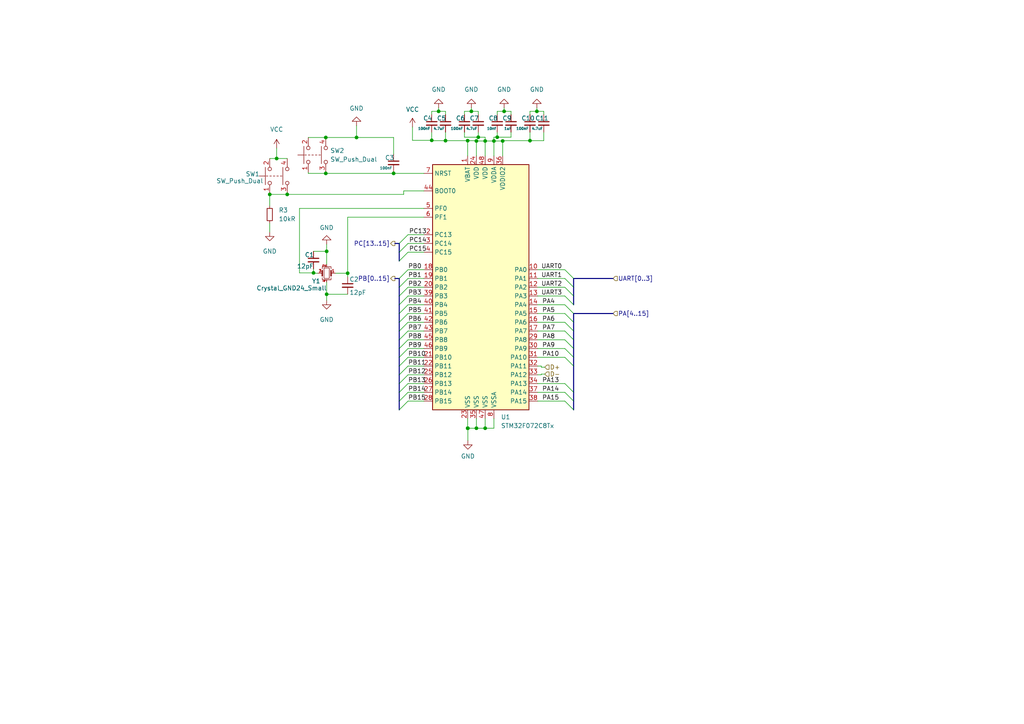
<source format=kicad_sch>
(kicad_sch (version 20211123) (generator eeschema)
  (paper "A4")
  (lib_symbols
    (symbol "Device:C_Small" (pin_numbers hide) (pin_names (offset 0.254) hide)
      (property "Reference" "C" (at 0.254 1.778 0))
      (property "Value" "C_Small" (at 0.254 -2.032 0))
      (symbol "C_Small_0_1"
        (polyline (pts (xy -1.524 -0.508) (xy 1.524 -0.508)) (stroke (width 0.3302)))
        (polyline (pts (xy -1.524 0.508) (xy 1.524 0.508)) (stroke (width 0.3048)))
      )
      (symbol "C_Small_1_1"
        (pin passive line (at 0 2.54 270) (length 2.032) (name "~") (number "1"))
        (pin passive line (at 0 -2.54 90) (length 2.032) (name "~") (number "2"))
      )
    )
    (symbol "Device:Crystal_GND24_Small" (pin_names (offset 1.016) hide)
      (property "Reference" "Y" (at 1.27 4.445 0))
      (property "Value" "Crystal_GND24_Small" (at 1.27 2.54 0))
      (symbol "Crystal_GND24_Small_0_1"
        (rectangle (start -0.762 -1.524) (end 0.762 1.524))
        (polyline (pts (xy -1.27 -0.762) (xy -1.27 0.762)) (stroke (width 0.381)))
        (polyline (pts (xy 1.27 -0.762) (xy 1.27 0.762)) (stroke (width 0.381)))
        (polyline (pts (xy -1.27 -1.27) (xy -1.27 -1.905) (xy 1.27 -1.905) (xy 1.27 -1.27)))
        (polyline (pts (xy -1.27 1.27) (xy -1.27 1.905) (xy 1.27 1.905) (xy 1.27 1.27)))
      )
      (symbol "Crystal_GND24_Small_1_1"
        (pin passive line (at -2.54 0 0) (length 1.27) (name "1") (number "1"))
        (pin passive line (at 0 -2.54 90) (length 0.635) (name "2") (number "2"))
        (pin passive line (at 2.54 0 180) (length 1.27) (name "3") (number "3"))
        (pin passive line (at 0 2.54 270) (length 0.635) (name "4") (number "4"))
      )
    )
    (symbol "Device:R_Small" (pin_numbers hide) (pin_names (offset 0.254) hide)
      (property "Reference" "R" (at 0.762 0.508 0))
      (property "Value" "R_Small" (at 0.762 -1.016 0))
      (symbol "R_Small_0_1"
        (rectangle (start -0.762 1.778) (end 0.762 -1.778) (stroke (width 0.2032)))
      )
      (symbol "R_Small_1_1"
        (pin passive line (at 0 2.54 270) (length 0.762) (name "~") (number "1"))
        (pin passive line (at 0 -2.54 90) (length 0.762) (name "~") (number "2"))
      )
    )
    (symbol "MCU_ST_STM32F0:STM32F072C8Tx"
      (property "Reference" "U" (at -15.24 36.83 0))
      (property "Value" "STM32F072C8Tx" (at 7.62 36.83 0))
      (symbol "STM32F072C8Tx_0_1"
        (rectangle (start -15.24 -35.56) (end 12.7 35.56) (stroke (width 0.254)) (fill (type background)))
      )
      (symbol "STM32F072C8Tx_1_1"
        (pin power_in line (at -5.08 38.1 270) (length 2.54) (name "VBAT") (number "1"))
        (pin bidirectional line (at 15.24 5.08 180) (length 2.54) (name "PA0") (number "10"))
        (pin bidirectional line (at 15.24 2.54 180) (length 2.54) (name "PA1") (number "11"))
        (pin bidirectional line (at 15.24 0 180) (length 2.54) (name "PA2") (number "12"))
        (pin bidirectional line (at 15.24 -2.54 180) (length 2.54) (name "PA3") (number "13"))
        (pin bidirectional line (at 15.24 -5.08 180) (length 2.54) (name "PA4") (number "14"))
        (pin bidirectional line (at 15.24 -7.62 180) (length 2.54) (name "PA5") (number "15"))
        (pin bidirectional line (at 15.24 -10.16 180) (length 2.54) (name "PA6") (number "16"))
        (pin bidirectional line (at 15.24 -12.7 180) (length 2.54) (name "PA7") (number "17"))
        (pin bidirectional line (at -17.78 5.08 0) (length 2.54) (name "PB0") (number "18"))
        (pin bidirectional line (at -17.78 2.54 0) (length 2.54) (name "PB1") (number "19"))
        (pin bidirectional line (at -17.78 15.24 0) (length 2.54) (name "PC13") (number "2"))
        (pin bidirectional line (at -17.78 0 0) (length 2.54) (name "PB2") (number "20"))
        (pin bidirectional line (at -17.78 -20.32 0) (length 2.54) (name "PB10") (number "21"))
        (pin bidirectional line (at -17.78 -22.86 0) (length 2.54) (name "PB11") (number "22"))
        (pin power_in line (at -5.08 -38.1 90) (length 2.54) (name "VSS") (number "23"))
        (pin power_in line (at -2.54 38.1 270) (length 2.54) (name "VDD") (number "24"))
        (pin bidirectional line (at -17.78 -25.4 0) (length 2.54) (name "PB12") (number "25"))
        (pin bidirectional line (at -17.78 -27.94 0) (length 2.54) (name "PB13") (number "26"))
        (pin bidirectional line (at -17.78 -30.48 0) (length 2.54) (name "PB14") (number "27"))
        (pin bidirectional line (at -17.78 -33.02 0) (length 2.54) (name "PB15") (number "28"))
        (pin bidirectional line (at 15.24 -15.24 180) (length 2.54) (name "PA8") (number "29"))
        (pin bidirectional line (at -17.78 12.7 0) (length 2.54) (name "PC14") (number "3"))
        (pin bidirectional line (at 15.24 -17.78 180) (length 2.54) (name "PA9") (number "30"))
        (pin bidirectional line (at 15.24 -20.32 180) (length 2.54) (name "PA10") (number "31"))
        (pin bidirectional line (at 15.24 -22.86 180) (length 2.54) (name "PA11") (number "32"))
        (pin bidirectional line (at 15.24 -25.4 180) (length 2.54) (name "PA12") (number "33"))
        (pin bidirectional line (at 15.24 -27.94 180) (length 2.54) (name "PA13") (number "34"))
        (pin power_in line (at -2.54 -38.1 90) (length 2.54) (name "VSS") (number "35"))
        (pin power_in line (at 5.08 38.1 270) (length 2.54) (name "VDDIO2") (number "36"))
        (pin bidirectional line (at 15.24 -30.48 180) (length 2.54) (name "PA14") (number "37"))
        (pin bidirectional line (at 15.24 -33.02 180) (length 2.54) (name "PA15") (number "38"))
        (pin bidirectional line (at -17.78 -2.54 0) (length 2.54) (name "PB3") (number "39"))
        (pin bidirectional line (at -17.78 10.16 0) (length 2.54) (name "PC15") (number "4"))
        (pin bidirectional line (at -17.78 -5.08 0) (length 2.54) (name "PB4") (number "40"))
        (pin bidirectional line (at -17.78 -7.62 0) (length 2.54) (name "PB5") (number "41"))
        (pin bidirectional line (at -17.78 -10.16 0) (length 2.54) (name "PB6") (number "42"))
        (pin bidirectional line (at -17.78 -12.7 0) (length 2.54) (name "PB7") (number "43"))
        (pin input line (at -17.78 27.94 0) (length 2.54) (name "BOOT0") (number "44"))
        (pin bidirectional line (at -17.78 -15.24 0) (length 2.54) (name "PB8") (number "45"))
        (pin bidirectional line (at -17.78 -17.78 0) (length 2.54) (name "PB9") (number "46"))
        (pin power_in line (at 0 -38.1 90) (length 2.54) (name "VSS") (number "47"))
        (pin power_in line (at 0 38.1 270) (length 2.54) (name "VDD") (number "48"))
        (pin input line (at -17.78 22.86 0) (length 2.54) (name "PF0") (number "5"))
        (pin input line (at -17.78 20.32 0) (length 2.54) (name "PF1") (number "6"))
        (pin input line (at -17.78 33.02 0) (length 2.54) (name "NRST") (number "7"))
        (pin power_in line (at 2.54 -38.1 90) (length 2.54) (name "VSSA") (number "8"))
        (pin power_in line (at 2.54 38.1 270) (length 2.54) (name "VDDA") (number "9"))
      )
    )
    (symbol "Switch:SW_Push_Dual" (pin_names (offset 1.016) hide)
      (property "Reference" "SW" (at 1.27 2.54 0))
      (property "Value" "SW_Push_Dual" (at 0 -6.858 0))
      (symbol "SW_Push_Dual_0_1"
        (circle (center -2.032 -5.08) (radius 0.508))
        (circle (center -2.032 0) (radius 0.508))
        (polyline (pts (xy 0 -3.048) (xy 0 -3.556)))
        (polyline (pts (xy 0 -2.032) (xy 0 -2.54)))
        (polyline (pts (xy 0 -1.524) (xy 0 -1.016)))
        (polyline (pts (xy 0 -0.508) (xy 0 0)))
        (polyline (pts (xy 0 0.508) (xy 0 1.016)))
        (polyline (pts (xy 0 1.27) (xy 0 3.048)))
        (polyline (pts (xy 2.54 -3.81) (xy -2.54 -3.81)))
        (polyline (pts (xy 2.54 1.27) (xy -2.54 1.27)))
        (circle (center 2.032 -5.08) (radius 0.508))
        (circle (center 2.032 0) (radius 0.508))
        (pin passive line (at -5.08 0 0) (length 2.54) (name "1") (number "1"))
        (pin passive line (at 5.08 0 180) (length 2.54) (name "2") (number "2"))
        (pin passive line (at -5.08 -5.08 0) (length 2.54) (name "3") (number "3"))
        (pin passive line (at 5.08 -5.08 180) (length 2.54) (name "4") (number "4"))
      )
    )
    (symbol "power:GND" (power) (pin_names (offset 0))
      (property "Value" "GND" (at 0 -3.81 0))
      (symbol "GND_0_1"
        (polyline (pts (xy 0 0) (xy 0 -1.27) (xy 1.27 -1.27) (xy 0 -2.54) (xy -1.27 -1.27) (xy 0 -1.27)))
      )
      (symbol "GND_1_1"
        (pin power_in line (at 0 0 270) (length 0) hide (name "GND") (number "1"))
      )
    )
    (symbol "power:VCC" (power) (pin_names (offset 0))
      (property "Value" "VCC" (at 0 3.81 0))
      (symbol "VCC_0_1"
        (polyline (pts (xy -0.762 1.27) (xy 0 2.54)))
        (polyline (pts (xy 0 0) (xy 0 2.54)))
        (polyline (pts (xy 0 2.54) (xy 0.762 1.27)))
      )
      (symbol "VCC_1_1"
        (pin power_in line (at 0 0 90) (length 0) hide (name "VCC") (number "1"))
      )
    )
  )
  (junction (at 144.216 39.796))
  (junction (at 94.488 50.292))
  (junction (at 135.636 40.796))
  (junction (at 83.312 56.388))
  (junction (at 138.176 124.206))
  (junction (at 78.232 56.388))
  (junction (at 80.232 45.974))
  (junction (at 153.716 40.796))
  (junction (at 146.216 32.296))
  (junction (at 94.742 72.898))
  (junction (at 94.488 39.878))
  (junction (at 143.256 40.894))
  (junction (at 140.716 40.894))
  (junction (at 114.162 50.292))
  (junction (at 127.216 32.296))
  (junction (at 155.716 32.296))
  (junction (at 135.702 124.206))
  (junction (at 135.636 124.206))
  (junction (at 140.716 124.206))
  (junction (at 129.216 40.796))
  (junction (at 136.716 32.296))
  (junction (at 100.838 79.248))
  (junction (at 90.932 79.1476))
  (junction (at 145.796 40.894))
  (junction (at 125.216 40.7019))
  (junction (at 94.742 85.344))
  (junction (at 138.176 40.894))
  (junction (at 138.716 39.796))
  (junction (at 103.408 39.878))
  (bus_entry (at 118.3402 85.852) (size -2.54 2.54))
  (bus_entry (at 118.3402 111.252) (size -2.54 2.54))
  (bus_entry (at 163.83 90.932) (size 2.54 2.54))
  (bus_entry (at 163.83 103.632) (size 2.54 2.54))
  (bus_entry (at 118.3402 108.712) (size -2.54 2.54))
  (bus_entry (at 118.3402 113.792) (size -2.54 2.54))
  (bus_entry (at 163.83 98.552) (size 2.54 2.54))
  (bus_entry (at 118.3402 73.152) (size -2.54 2.54))
  (bus_entry (at 118.3402 68.072) (size -2.54 2.54))
  (bus_entry (at 118.3402 96.012) (size -2.54 2.54))
  (bus_entry (at 163.83 111.252) (size 2.54 2.54))
  (bus_entry (at 118.3402 93.472) (size -2.54 2.54))
  (bus_entry (at 163.83 85.852) (size 2.54 2.54))
  (bus_entry (at 163.83 78.232) (size 2.54 2.54))
  (bus_entry (at 118.3402 70.612) (size -2.54 2.54))
  (bus_entry (at 163.83 88.392) (size 2.54 2.54))
  (bus_entry (at 118.3402 80.772) (size -2.54 2.54))
  (bus_entry (at 163.83 116.332) (size 2.54 2.54))
  (bus_entry (at 163.83 101.092) (size 2.54 2.54))
  (bus_entry (at 118.3402 106.172) (size -2.54 2.54))
  (bus_entry (at 118.3402 101.092) (size -2.54 2.54))
  (bus_entry (at 163.83 93.472) (size 2.54 2.54))
  (bus_entry (at 163.83 96.012) (size 2.54 2.54))
  (bus_entry (at 163.83 113.792) (size 2.54 2.54))
  (bus_entry (at 118.3402 83.312) (size -2.54 2.54))
  (bus_entry (at 118.3402 98.552) (size -2.54 2.54))
  (bus_entry (at 163.83 83.312) (size 2.54 2.54))
  (bus_entry (at 163.83 80.772) (size 2.54 2.54))
  (bus_entry (at 118.3402 88.392) (size -2.54 2.54))
  (bus_entry (at 118.3402 78.232) (size -2.54 2.54))
  (bus_entry (at 118.3402 90.932) (size -2.54 2.54))
  (bus_entry (at 118.3402 116.332) (size -2.54 2.54))
  (bus_entry (at 118.3402 103.632) (size -2.54 2.54))
  (wire (pts (xy 118.3402 96.012) (xy 122.936 96.012)))
  (wire (pts (xy 129.216 40.796) (xy 135.636 40.796)))
  (wire (pts (xy 125.216 32.296) (xy 127.216 32.296)))
  (wire (pts (xy 155.956 108.712) (xy 157 108.712)))
  (bus (pts (xy 166.37 96.012) (xy 166.37 98.552)))
  (bus (pts (xy 114.554 70.612) (xy 115.8002 70.612)))
  (bus (pts (xy 115.8002 108.712) (xy 115.8002 111.252)))
  (wire (pts (xy 90.932 72.898) (xy 94.742 72.898)))
  (wire (pts (xy 94.488 50.292) (xy 114.162 50.292)))
  (wire (pts (xy 148.216 39.796) (xy 148.216 38.336)))
  (wire (pts (xy 129.216 33.256) (xy 129.216 32.296)))
  (bus (pts (xy 166.37 101.092) (xy 166.37 103.632)))
  (wire (pts (xy 145.796 40.796) (xy 153.716 40.796)))
  (wire (pts (xy 138.176 45.212) (xy 138.176 40.894)))
  (wire (pts (xy 114.162 50.292) (xy 122.936 50.292)))
  (bus (pts (xy 115.8002 96.012) (xy 115.8002 98.552)))
  (wire (pts (xy 122.936 60.452) (xy 86.868 60.452)))
  (wire (pts (xy 143.256 45.212) (xy 143.256 40.894)))
  (wire (pts (xy 155.956 103.632) (xy 163.83 103.632)))
  (wire (pts (xy 140.716 40.894) (xy 140.716 39.796)))
  (wire (pts (xy 119.634 36.83) (xy 119.634 40.7019)))
  (wire (pts (xy 144.216 38.336) (xy 144.216 39.796)))
  (wire (pts (xy 134.716 33.256) (xy 134.716 32.296)))
  (wire (pts (xy 155.956 113.792) (xy 163.83 113.792)))
  (wire (pts (xy 118.3402 106.172) (xy 122.936 106.172)))
  (wire (pts (xy 100.838 62.992) (xy 100.838 79.248)))
  (wire (pts (xy 118.3402 116.332) (xy 122.936 116.332)))
  (wire (pts (xy 148.216 33.256) (xy 148.216 32.296)))
  (wire (pts (xy 78.232 56.388) (xy 78.232 59.69)))
  (wire (pts (xy 155.956 78.232) (xy 163.83 78.232)))
  (wire (pts (xy 155.956 88.392) (xy 163.83 88.392)))
  (bus (pts (xy 166.37 90.932) (xy 166.37 93.472)))
  (wire (pts (xy 94.742 81.788) (xy 94.742 85.344)))
  (bus (pts (xy 115.8002 98.552) (xy 115.8002 101.092)))
  (bus (pts (xy 115.8002 116.332) (xy 115.8002 118.872)))
  (wire (pts (xy 135.702 124.206) (xy 138.176 124.206)))
  (wire (pts (xy 134.716 32.296) (xy 136.716 32.296)))
  (bus (pts (xy 166.37 90.932) (xy 177.8 90.932)))
  (wire (pts (xy 89.408 39.878) (xy 94.488 39.878)))
  (bus (pts (xy 115.8002 106.172) (xy 115.8002 108.712)))
  (bus (pts (xy 115.8002 103.632) (xy 115.8002 106.172)))
  (wire (pts (xy 144.216 39.796) (xy 148.216 39.796)))
  (bus (pts (xy 115.8002 101.092) (xy 115.8002 103.632)))
  (bus (pts (xy 114.554 80.772) (xy 115.8002 80.772)))
  (wire (pts (xy 143.256 39.796) (xy 144.216 39.796)))
  (wire (pts (xy 118.3402 93.472) (xy 122.936 93.472)))
  (bus (pts (xy 115.8002 85.852) (xy 115.8002 88.392)))
  (wire (pts (xy 153.716 33.256) (xy 153.716 32.296)))
  (bus (pts (xy 166.37 113.792) (xy 166.37 116.332)))
  (wire (pts (xy 118.3402 73.152) (xy 122.936 73.152)))
  (wire (pts (xy 155.956 93.472) (xy 163.83 93.472)))
  (wire (pts (xy 143.256 40.894) (xy 145.796 40.894)))
  (bus (pts (xy 115.8002 111.252) (xy 115.8002 113.792)))
  (wire (pts (xy 155.956 106.172) (xy 157 106.172)))
  (wire (pts (xy 118.3402 98.552) (xy 122.936 98.552)))
  (wire (pts (xy 118.3402 111.252) (xy 122.936 111.252)))
  (wire (pts (xy 157.716 32.296) (xy 155.716 32.296)))
  (wire (pts (xy 118.3402 113.792) (xy 122.936 113.792)))
  (bus (pts (xy 115.8002 88.392) (xy 115.8002 90.932)))
  (bus (pts (xy 115.8002 83.312) (xy 115.8002 85.852)))
  (wire (pts (xy 117.094 55.372) (xy 117.094 56.388)))
  (wire (pts (xy 94.488 50.292) (xy 94.488 50.038)))
  (wire (pts (xy 118.3402 101.092) (xy 122.936 101.092)))
  (wire (pts (xy 157 108.5) (xy 158 108.5)))
  (wire (pts (xy 138.716 39.796) (xy 134.716 39.796)))
  (wire (pts (xy 135.636 40.796) (xy 138.176 40.796)))
  (wire (pts (xy 103.408 39.878) (xy 94.488 39.878)))
  (bus (pts (xy 115.8002 73.152) (xy 115.8002 75.692)))
  (wire (pts (xy 145.796 40.796) (xy 145.796 40.894)))
  (wire (pts (xy 114.162 39.878) (xy 103.408 39.878)))
  (wire (pts (xy 78.232 56.388) (xy 83.312 56.388)))
  (wire (pts (xy 134.716 39.796) (xy 134.716 38.336)))
  (wire (pts (xy 146.216 32.296) (xy 146.216 31.296)))
  (bus (pts (xy 166.37 83.312) (xy 166.37 80.772)))
  (wire (pts (xy 138.176 40.894) (xy 138.176 40.796)))
  (wire (pts (xy 129.216 32.296) (xy 127.216 32.296)))
  (wire (pts (xy 118.3402 103.632) (xy 122.936 103.632)))
  (wire (pts (xy 138.716 38.336) (xy 138.716 39.796)))
  (wire (pts (xy 129.216 40.796) (xy 125.216 40.796)))
  (wire (pts (xy 94.742 85.344) (xy 100.838 85.344)))
  (wire (pts (xy 135.636 124.206) (xy 135.702 124.206)))
  (wire (pts (xy 127.216 32.296) (xy 127.216 31.296)))
  (wire (pts (xy 155.956 111.252) (xy 163.83 111.252)))
  (bus (pts (xy 166.37 85.852) (xy 166.37 88.392)))
  (wire (pts (xy 155.956 96.012) (xy 163.83 96.012)))
  (wire (pts (xy 155.956 90.932) (xy 163.83 90.932)))
  (wire (pts (xy 118.3402 90.932) (xy 122.936 90.932)))
  (wire (pts (xy 136.716 32.296) (xy 136.716 31.296)))
  (wire (pts (xy 155.956 83.312) (xy 163.83 83.312)))
  (wire (pts (xy 138.716 32.296) (xy 136.716 32.296)))
  (wire (pts (xy 125.216 33.256) (xy 125.216 32.296)))
  (wire (pts (xy 140.716 124.206) (xy 143.256 124.206)))
  (bus (pts (xy 166.37 103.632) (xy 166.37 106.172)))
  (wire (pts (xy 157 106.172) (xy 157 106.5)))
  (bus (pts (xy 115.8002 90.932) (xy 115.8002 93.472)))
  (wire (pts (xy 155.956 116.332) (xy 163.83 116.332)))
  (wire (pts (xy 94.742 72.898) (xy 94.742 76.708)))
  (wire (pts (xy 135.636 45.212) (xy 135.636 40.796)))
  (wire (pts (xy 118.3402 83.312) (xy 122.936 83.312)))
  (bus (pts (xy 115.8002 70.612) (xy 115.8002 73.152)))
  (wire (pts (xy 140.716 45.212) (xy 140.716 40.894)))
  (wire (pts (xy 78.232 45.974) (xy 80.232 45.974)))
  (wire (pts (xy 94.742 70.866) (xy 94.742 72.898)))
  (wire (pts (xy 78.232 56.134) (xy 78.232 56.388)))
  (wire (pts (xy 145.796 40.894) (xy 145.796 45.212)))
  (wire (pts (xy 122.936 55.372) (xy 117.094 55.372)))
  (wire (pts (xy 90.932 79.1476) (xy 90.932 79.248)))
  (wire (pts (xy 157 108.712) (xy 157 108.5)))
  (wire (pts (xy 100.838 79.248) (xy 100.838 80.264)))
  (wire (pts (xy 157.716 40.796) (xy 157.716 38.336)))
  (wire (pts (xy 94.488 50.292) (xy 89.408 50.292)))
  (wire (pts (xy 155.716 32.296) (xy 155.716 31.296)))
  (wire (pts (xy 148.216 32.296) (xy 146.216 32.296)))
  (wire (pts (xy 125.216 40.796) (xy 125.216 40.7019)))
  (wire (pts (xy 153.716 40.796) (xy 157.716 40.796)))
  (wire (pts (xy 140.716 40.894) (xy 143.256 40.894)))
  (wire (pts (xy 122.936 62.992) (xy 100.838 62.992)))
  (wire (pts (xy 90.932 77.978) (xy 90.932 79.1476)))
  (wire (pts (xy 117.094 56.388) (xy 83.312 56.388)))
  (bus (pts (xy 166.37 93.472) (xy 166.37 96.012)))
  (wire (pts (xy 118.3402 108.712) (xy 122.936 108.712)))
  (wire (pts (xy 153.716 32.296) (xy 155.716 32.296)))
  (wire (pts (xy 125.216 40.7019) (xy 125.216 38.336)))
  (wire (pts (xy 78.232 64.77) (xy 78.232 67.31)))
  (bus (pts (xy 166.37 106.172) (xy 166.37 113.792)))
  (wire (pts (xy 118.3402 88.392) (xy 122.936 88.392)))
  (wire (pts (xy 144.216 33.256) (xy 144.216 32.296)))
  (wire (pts (xy 118.3402 85.852) (xy 122.936 85.852)))
  (bus (pts (xy 115.8002 80.772) (xy 115.8002 83.312)))
  (wire (pts (xy 118.3402 78.232) (xy 122.936 78.232)))
  (wire (pts (xy 80.232 45.974) (xy 83.312 45.974)))
  (wire (pts (xy 135.702 127.762) (xy 135.702 124.206)))
  (wire (pts (xy 86.868 79.1476) (xy 90.932 79.1476)))
  (wire (pts (xy 138.176 40.894) (xy 140.716 40.894)))
  (wire (pts (xy 129.216 38.336) (xy 129.216 40.796)))
  (wire (pts (xy 114.162 50.292) (xy 114.162 49.784)))
  (wire (pts (xy 138.716 33.256) (xy 138.716 32.296)))
  (wire (pts (xy 144.216 32.296) (xy 146.216 32.296)))
  (bus (pts (xy 166.37 116.332) (xy 166.37 118.872)))
  (wire (pts (xy 140.716 39.796) (xy 138.716 39.796)))
  (wire (pts (xy 135.636 121.412) (xy 135.636 124.206)))
  (wire (pts (xy 155.956 98.552) (xy 163.83 98.552)))
  (bus (pts (xy 166.37 80.772) (xy 177.8 80.772)))
  (wire (pts (xy 138.176 121.412) (xy 138.176 124.206)))
  (wire (pts (xy 155.956 101.092) (xy 163.83 101.092)))
  (wire (pts (xy 143.256 124.206) (xy 143.256 121.412)))
  (wire (pts (xy 118.3402 80.772) (xy 122.936 80.772)))
  (wire (pts (xy 94.742 85.344) (xy 94.742 87.122)))
  (wire (pts (xy 89.408 50.292) (xy 89.408 50.038)))
  (wire (pts (xy 157.716 33.256) (xy 157.716 32.296)))
  (wire (pts (xy 103.408 36.458) (xy 103.408 39.878)))
  (wire (pts (xy 90.932 79.248) (xy 92.202 79.248)))
  (wire (pts (xy 114.162 44.704) (xy 114.162 39.878)))
  (wire (pts (xy 80.232 42.974) (xy 80.232 45.974)))
  (bus (pts (xy 115.8002 113.792) (xy 115.8002 116.332)))
  (bus (pts (xy 115.8002 93.472) (xy 115.8002 96.012)))
  (wire (pts (xy 155.956 80.772) (xy 163.83 80.772)))
  (wire (pts (xy 138.176 124.206) (xy 140.716 124.206)))
  (wire (pts (xy 118.3402 70.612) (xy 122.936 70.612)))
  (wire (pts (xy 119.634 40.7019) (xy 125.216 40.7019)))
  (wire (pts (xy 140.716 121.412) (xy 140.716 124.206)))
  (bus (pts (xy 166.37 83.312) (xy 166.37 85.852)))
  (bus (pts (xy 166.37 98.552) (xy 166.37 101.092)))
  (wire (pts (xy 118.3402 68.072) (xy 122.936 68.072)))
  (wire (pts (xy 100.838 79.248) (xy 97.282 79.248)))
  (wire (pts (xy 157 106.5) (xy 158 106.5)))
  (wire (pts (xy 86.868 60.452) (xy 86.868 79.1476)))
  (wire (pts (xy 153.716 40.796) (xy 153.716 38.336)))
  (wire (pts (xy 143.256 40.894) (xy 143.256 39.796)))
  (wire (pts (xy 155.956 85.852) (xy 163.83 85.852)))
  (wire (pts (xy 83.312 56.388) (xy 83.312 56.134)))
  (label "PA4" (at 157.226 88.392 0))
  (label "PA6" (at 157.226 93.472 0))
  (label "PB14" (at 118.364 113.792 0))
  (label "PB8" (at 118.364 98.552 0))
  (label "UART0" (at 156.972 78.232 0))
  (label "PA9" (at 157.226 101.092 0))
  (label "PB2" (at 118.364 83.312 0))
  (label "PB7" (at 118.364 96.012 0))
  (label "PB3" (at 118.364 85.852 0))
  (label "PB12" (at 118.364 108.712 0))
  (label "PB10" (at 118.364 103.632 0))
  (label "PB13" (at 118.364 111.252 0))
  (label "PB11" (at 118.364 106.172 0))
  (label "PC13" (at 118.618 68.072 0))
  (label "PB1" (at 118.364 80.772 0))
  (label "UART2" (at 156.972 83.312 0))
  (label "PB0" (at 118.364 78.232 0))
  (label "PA7" (at 157.226 96.012 0))
  (label "PB6" (at 118.364 93.472 0))
  (label "PA10" (at 157.226 103.632 0))
  (label "PA8" (at 157.226 98.552 0))
  (label "PB15" (at 118.364 116.332 0))
  (label "PC14" (at 118.618 70.612 0))
  (label "PB4" (at 118.364 88.392 0))
  (label "PA14" (at 157.226 113.792 0))
  (label "PA13" (at 157.226 111.252 0))
  (label "PA15" (at 157.226 116.332 0))
  (label "UART3" (at 156.972 85.852 0))
  (label "PB9" (at 118.364 101.092 0))
  (label "UART1" (at 156.972 80.772 0))
  (label "PA5" (at 157.226 90.932 0))
  (label "PC15" (at 118.618 73.152 0))
  (label "PB5" (at 118.364 90.932 0))
  (hierarchical_label "D-" (shape input) (at 158 108.5 0))
  (hierarchical_label "UART[0..3]" (shape input) (at 177.8 80.772 0))
  (hierarchical_label "PB[0..15]" (shape output) (at 114.554 80.772 180))
  (hierarchical_label "PA[4..15]" (shape input) (at 177.8 90.932 0))
  (hierarchical_label "D+" (shape input) (at 158 106.5 0))
  (hierarchical_label "PC[13..15]" (shape output) (at 114.554 70.612 180))
  (symbol (lib_id "power:VCC") (at 119.634 36.83 0) (unit 1)
    (property "Reference" "#PWR0111" (effects hide))
    (property "Value" "VCC" (at 119.634 31.75 0))
  )
  (symbol (lib_id "Device:C_Small") (at 125.216 35.796 0) (unit 1)
    (property "Reference" "C4" (at 122.716 34.296 0) (effects (justify left)))
    (property "Value" "100nF" (at 121.216 37.296 0) (effects (font (size 0.75 0.75)) (justify left)))
    (property "Footprint" "Capacitor_SMD:C_0402_1005Metric" (effects hide))
  )
  (symbol (lib_id "Switch:SW_Push_Dual") (at 78.232 51.054 90) (unit 1)
    (property "Reference" "SW1" (at 71.232 50.474 90) (effects (justify right)))
    (property "Value" "SW_Push_Dual" (at 62.732 52.474 90) (effects (justify right)))
    (property "Footprint" "ProjectLib:SW_TS-1187A-B-A-B" (effects hide))
  )
  (symbol (lib_id "Device:C_Small") (at 129.216 35.796 0) (unit 1)
    (property "Reference" "C5" (at 126.716 34.296 0) (effects (justify left)))
    (property "Value" "4.7uF" (at 125.716 37.296 0) (effects (font (size 0.75 0.75)) (justify left)))
    (property "Footprint" "Capacitor_SMD:C_0603_1608Metric" (effects hide))
  )
  (symbol (lib_id "Device:C_Small") (at 90.932 75.438 0) (unit 1)
    (property "Reference" "C1" (at 88.392 73.914 0) (effects (justify left)))
    (property "Value" "12pF" (at 86.106 77.216 0) (effects (justify left)))
    (property "Footprint" "Capacitor_SMD:C_0402_1005Metric" (effects hide))
  )
  (symbol (lib_id "MCU_ST_STM32F0:STM32F072C8Tx") (at 140.716 83.312 0) (unit 1)
    (property "Reference" "U1" (at 145.2754 120.952 0) (effects (justify left)))
    (property "Value" "STM32F072C8Tx" (at 145.2754 123.492 0) (effects (justify left)))
    (property "Footprint" "Package_QFP:LQFP-48_7x7mm_P0.5mm" (effects hide))
    (property "Datasheet" "http://www.st.com/st-web-ui/static/active/en/resource/technical/document/datasheet/DM00090510.pdf" (effects hide))
  )
  (symbol (lib_id "Device:C_Small") (at 148.216 35.796 0) (unit 1)
    (property "Reference" "C9" (at 145.716 34.296 0) (effects (justify left)))
    (property "Value" "1uF" (at 146.216 37.296 0) (effects (font (size 0.75 0.75)) (justify left)))
    (property "Footprint" "Capacitor_SMD:C_0603_1608Metric" (effects hide))
  )
  (symbol (lib_id "power:GND") (at 78.232 67.31 0) (unit 1)
    (property "Reference" "#PWR0105" (effects hide))
    (property "Value" "GND" (at 78.232 72.89 0))
  )
  (symbol (lib_id "power:GND") (at 127.216 31.296 180) (unit 1)
    (property "Reference" "#PWR0107" (effects hide))
    (property "Value" "GND" (at 127.216 25.956 0))
  )
  (symbol (lib_id "Device:C_Small") (at 157.716 35.796 0) (unit 1)
    (property "Reference" "C11" (at 155.216 34.296 0) (effects (justify left)))
    (property "Value" "4.7uF" (at 154.216 37.296 0) (effects (font (size 0.75 0.75)) (justify left)))
    (property "Footprint" "Capacitor_SMD:C_0603_1608Metric" (effects hide))
  )
  (symbol (lib_id "power:GND") (at 146.216 31.296 180) (unit 1)
    (property "Reference" "#PWR0109" (effects hide))
    (property "Value" "GND" (at 146.216 25.956 0))
  )
  (symbol (lib_id "power:GND") (at 94.742 87.122 0) (unit 1)
    (property "Reference" "#PWR0113" (effects hide))
    (property "Value" "GND" (at 94.742 92.71 0))
  )
  (symbol (lib_id "Device:C_Small") (at 114.162 47.244 0) (unit 1)
    (property "Reference" "C3" (at 111.662 45.744 0) (effects (justify left)))
    (property "Value" "100nF" (at 110.162 48.744 0) (effects (font (size 0.75 0.75)) (justify left)))
    (property "Footprint" "Capacitor_SMD:C_0402_1005Metric" (effects hide))
  )
  (symbol (lib_id "power:GND") (at 155.716 31.296 180) (unit 1)
    (property "Reference" "#PWR0110" (effects hide))
    (property "Value" "GND" (at 155.716 25.956 0))
  )
  (symbol (lib_id "power:GND") (at 103.408 36.458 180) (unit 1)
    (property "Reference" "#PWR0112" (effects hide))
    (property "Value" "GND" (at 103.408 31.438 0))
  )
  (symbol (lib_id "power:GND") (at 136.716 31.296 180) (unit 1)
    (property "Reference" "#PWR0108" (effects hide))
    (property "Value" "GND" (at 136.716 25.956 0))
  )
  (symbol (lib_id "Device:C_Small") (at 100.838 82.804 0) (unit 1)
    (property "Reference" "C2" (at 101.346 81.026 0) (effects (justify left)))
    (property "Value" "12pF" (at 101.346 84.836 0) (effects (justify left)))
    (property "Footprint" "Capacitor_SMD:C_0402_1005Metric" (effects hide))
  )
  (symbol (lib_id "Device:R_Small") (at 78.232 62.23 0) (unit 1)
    (property "Reference" "R3" (at 80.822 60.9599 0) (effects (justify left)))
    (property "Value" "10kR" (at 80.822 63.4999 0) (effects (justify left)))
    (property "Footprint" "Resistor_SMD:R_0603_1608Metric" (effects hide))
  )
  (symbol (lib_id "power:GND") (at 135.702 127.762 0) (unit 1)
    (property "Reference" "#PWR0114" (effects hide))
    (property "Value" "GND" (at 135.702 132.334 0))
  )
  (symbol (lib_id "Switch:SW_Push_Dual") (at 89.408 44.958 90) (unit 1)
    (property "Reference" "SW2" (at 95.778 43.6879 90) (effects (justify right)))
    (property "Value" "SW_Push_Dual" (at 95.778 46.2279 90) (effects (justify right)))
    (property "Footprint" "ProjectLib:SW_TS-1187A-B-A-B" (effects hide))
  )
  (symbol (lib_id "Device:C_Small") (at 153.716 35.796 0) (unit 1)
    (property "Reference" "C10" (at 151.216 34.296 0) (effects (justify left)))
    (property "Value" "100nF" (at 149.716 37.296 0) (effects (font (size 0.75 0.75)) (justify left)))
    (property "Footprint" "Capacitor_SMD:C_0402_1005Metric" (effects hide))
  )
  (symbol (lib_id "Device:Crystal_GND24_Small") (at 94.742 79.248 180) (unit 1)
    (property "Reference" "Y1" (at 91.694 81.534 0))
    (property "Value" "Crystal_GND24_Small" (at 84.582 83.566 0))
    (property "Footprint" "Crystal:Crystal_SMD_3225-4Pin_3.2x2.5mm" (effects hide))
  )
  (symbol (lib_id "power:GND") (at 94.742 70.866 180) (unit 1)
    (property "Reference" "#PWR0106" (effects hide))
    (property "Value" "GND" (at 94.742 66.04 0))
  )
  (symbol (lib_id "power:VCC") (at 80.232 42.974 0) (unit 1)
    (property "Reference" "#PWR0104" (effects hide))
    (property "Value" "VCC" (at 80.232 37.534 0))
  )
  (symbol (lib_id "Device:C_Small") (at 138.716 35.796 0) (unit 1)
    (property "Reference" "C7" (at 136.216 34.296 0) (effects (justify left)))
    (property "Value" "4.7uF" (at 135.216 37.296 0) (effects (font (size 0.75 0.75)) (justify left)))
    (property "Footprint" "Capacitor_SMD:C_0603_1608Metric" (effects hide))
  )
  (symbol (lib_id "Device:C_Small") (at 134.716 35.796 0) (unit 1)
    (property "Reference" "C6" (at 132.216 34.296 0) (effects (justify left)))
    (property "Value" "100nF" (at 130.716 37.296 0) (effects (font (size 0.75 0.75)) (justify left)))
    (property "Footprint" "Capacitor_SMD:C_0402_1005Metric" (effects hide))
  )
  (symbol (lib_id "Device:C_Small") (at 144.216 35.796 0) (unit 1)
    (property "Reference" "C8" (at 141.716 34.296 0) (effects (justify left)))
    (property "Value" "10nf" (at 141.216 37.296 0) (effects (font (size 0.75 0.75)) (justify left)))
    (property "Footprint" "Capacitor_SMD:C_0402_1005Metric" (effects hide))
  )
)
</source>
